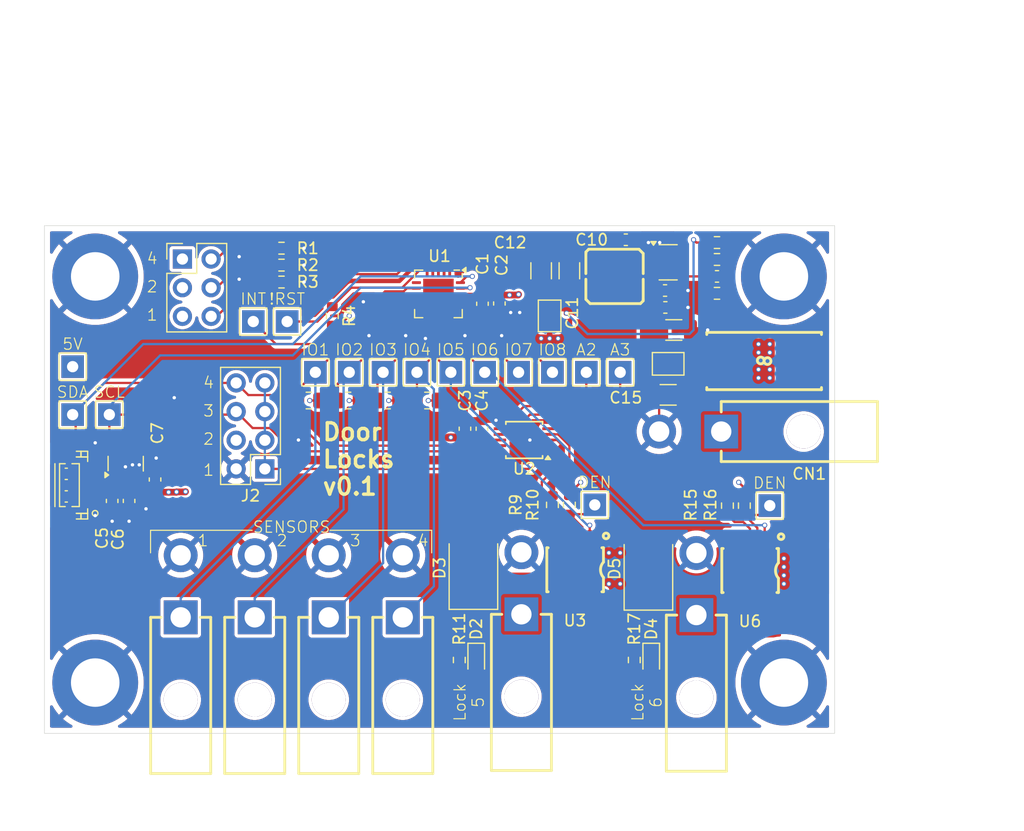
<source format=kicad_pcb>
(kicad_pcb (version 20241229) (generator "pcbnew") (generator_version "9.0")
  (layers (0 "F.Cu" signal) (4 "In1.Cu" power "Ground") (6 "In2.Cu" power "Power") (2 "B.Cu" signal) (13 "F.Paste" user) (15 "B.Paste" user) (5 "F.SilkS" user "F.Silkscreen") (7 "B.SilkS" user "B.Silkscreen") (1 "F.Mask" user) (3 "B.Mask" user) (25 "Edge.Cuts" user))
  (net 0 "")
  (net 1 "GND")
  (net 2 "/sensor/OUT")
  (net 3 "/sensor1/OUT")
  (net 4 "/sensor2/OUT")
  (net 5 "/sensor3/OUT")
  (net 6 "Net-(D2-A)")
  (net 7 "/lock1/Switched12V")
  (net 8 "Net-(D4-A)")
  (net 9 "/lock2/Switched12V")
  (net 10 "Net-(J1-Pin_4)")
  (net 11 "Net-(J1-Pin_6)")
  (net 12 "Net-(J1-Pin_2)")
  (net 13 "/lock1/IS")
  (net 14 "/lock2/IS")
  (net 15 "/lock1/IN")
  (net 16 "/lock2/IN")
  (net 17 "/12VIN")
  (net 18 "Net-(J2-Pin_1)")
  (net 19 "/i2c1/I2C.SCL")
  (net 20 "/i2c1/I2C.SDA")
  (net 21 "/buck5V/VOUT")
  (net 22 "/buck5V/VIN")
  (net 23 "Net-(U4-BOOT)")
  (net 24 "/buck5V/SW")
  (net 25 "/buck5V/FB")
  (net 26 "Net-(C13-Pad2)")
  (net 29 "Net-(U1-~{RESET})")
  (net 30 "Net-(U3-DEN)")
  (net 31 "Net-(U6-DEN)")
  (net 32 "Net-(U1-INT)")
  (net 33 "Net-(U1-GP6)")
  (net 34 "Net-(U1-GP7)")
  (net 35 "Net-(U2-AIN2)")
  (net 36 "Net-(U2-AIN3)")
  (net 50 "/i2c1/VIN")
  (net 51 "/lock1/12V")
  (footprint "easyeda2kicad:CONN-TH_2P-P5.50_39-30-1020" (layer "F.Cu") (at 57.75 47.2)
    (property "Reference" "CN7" (hide yes))
    (property "Value" "39-30-1020")
  )
  (footprint "easyeda2kicad:LabeledTestPoint" (layer "F.Cu") (at 18 28)
    (property "Reference" "TP16" (hide yes))
    (property "Value" "LabeledTestPoint")
  )
  (footprint "MountingHole:MountingHole_4.3mm_M4_ISO7380_Pad" (layer "F.Cu") (at 81 56)
    (property "Reference" "H4" (hide yes))
    (property "Value" "MountingHole_Pad")
  )
  (footprint "Capacitor_SMD:C_1206_3216Metric" (layer "F.Cu") (at 59.5 19.5 90)
    (property "Reference" "C12")
    (property "Value" "22uF")
  )
  (footprint "Capacitor_SMD:C_1206_3216Metric" (layer "F.Cu") (at 70.75 30.5 180)
    (property "Reference" "C15")
    (property "Value" "22uF")
  )
  (footprint "Resistor_SMD:R_0603_1608Metric" (layer "F.Cu") (at 36.5 20.5)
    (property "Reference" "R3")
    (property "Value" "10k")
  )
  (footprint "Resistor_SMD:R_0805_2012Metric" (layer "F.Cu") (at 45.9125 31 180)
    (property "Reference" "R7" (hide yes))
    (property "Value" "3.3k")
  )
  (footprint "MountingHole:MountingHole_4.3mm_M4_ISO7380_Pad" (layer "F.Cu") (at 20 56)
    (property "Reference" "H3" (hide yes))
    (property "Value" "MountingHole_Pad")
  )
  (footprint "Capacitor_SMD:C_0603_1608Metric" (layer "F.Cu") (at 23 39.9 -90)
    (property "Reference" "C6")
    (property "Value" "1uf")
  )
  (footprint "LED_SMD:LED_0603_1608Metric" (layer "F.Cu") (at 53.75 54 -90)
    (property "Reference" "D2")
    (property "Value" "LED")
  )
  (footprint "easyeda2kicad:CONN-TH_2P-P5.50_39-30-1020" (layer "F.Cu") (at 34.128572 47.4675)
    (property "Reference" "CN4" (hide yes))
    (property "Value" "39-30-1020")
  )
  (footprint "Resistor_SMD:R_0805_2012Metric" (layer "F.Cu") (at 42.4125 31 180)
    (property "Reference" "R6" (hide yes))
    (property "Value" "3.3k")
  )
  (footprint "easyeda2kicad:CONN-TH_2P-P5.50_39-30-1020" (layer "F.Cu") (at 47.242858 47.4675)
    (property "Reference" "CN6" (hide yes))
    (property "Value" "39-30-1020")
  )
  (footprint "easyeda2kicad:LabeledTestPoint" (layer "F.Cu") (at 79.75 40.3175)
    (property "Reference" "TP17" (hide yes))
    (property "Value" "LabeledTestPoint")
  )
  (footprint "easyeda2kicad:LabeledTestPoint" (layer "F.Cu") (at 39.5 28.5)
    (property "Reference" "TP5" (hide yes))
    (property "Value" "LabeledTestPoint")
  )
  (footprint "easyeda2kicad:CONN-TH_2P-P5.50_39-30-1020" (layer "F.Cu") (at 40.685715 47.4675)
    (property "Reference" "CN5" (hide yes))
    (property "Value" "39-30-1020")
  )
  (footprint "Resistor_SMD:R_0603_1608Metric" (layer "F.Cu") (at 62 40.25 -90)
    (property "Reference" "R10")
    (property "Value" "4.7k")
  )
  (footprint "easyeda2kicad:CONN-TH_2P-P5.50_39-30-1020" (layer "F.Cu") (at 72.7 33.75 90)
    (property "Reference" "CN1")
    (property "Value" "39-30-1020")
  )
  (footprint "Diode_SMD:D_SMB" (layer "F.Cu") (at 53.5 45.85 90)
    (property "Reference" "D3")
    (property "Value" "D_TVS")
  )
  (footprint "easyeda2kicad:IND-SMD_L4.0-W4.0_XAL4040-103" (layer "F.Cu") (at 66 20 -90)
    (property "Reference" "L1" (hide yes))
    (property "Value" "XGL4040-153MEC")
  )
  (footprint "easyeda2kicad:LabeledTestPoint" (layer "F.Cu") (at 45.5 28.5)
    (property "Reference" "TP7" (hide yes))
    (property "Value" "LabeledTestPoint")
  )
  (footprint "Resistor_SMD:R_0603_1608Metric" (layer "F.Cu") (at 41 23.5 90)
    (property "Reference" "R4")
    (property "Value" "10k")
  )
  (footprint "Resistor_SMD:R_0603_1608Metric" (layer "F.Cu") (at 75.075 21.5)
    (property "Reference" "R14" (hide yes))
    (property "Value" "13.3k")
  )
  (footprint "Resistor_SMD:R_0603_1608Metric" (layer "F.Cu") (at 76 40.3175 90)
    (property "Reference" "R15")
    (property "Value" "1.5k")
  )
  (footprint "Package_SO:TSSOP-10_3x3mm_P0.5mm" (layer "F.Cu") (at 58 34.5 180)
    (property "Reference" "U2")
    (property "Value" "ADS1115IDGS")
  )
  (footprint "Resistor_SMD:R_0603_1608Metric" (layer "F.Cu") (at 36.5 19)
    (property "Reference" "R2")
    (property "Value" "10k")
  )
  (footprint "easyeda2kicad:LabeledTestPoint" (layer "F.Cu") (at 37 24)
    (property "Reference" "TP4" (hide yes))
    (property "Value" "LabeledTestPoint")
  )
  (footprint "Capacitor_SMD:C_0603_1608Metric" (layer "F.Cu") (at 75.075 20)
    (property "Reference" "C13" (hide yes))
    (property "Value" "75pF")
  )
  (footprint "Diode_SMD:D_SMB" (layer "F.Cu") (at 69 45.9175 90)
    (property "Reference" "D5")
    (property "Value" "D_TVS")
  )
  (footprint "Jumper:SolderJumper-2_P1.3mm_Open_Pad1.0x1.5mm" (layer "F.Cu") (at 60.25 23.5 -90)
    (property "Reference" "JP2" (hide yes))
    (property "Value" "SolderJumper_2_Open")
  )
  (footprint "easyeda2kicad:LabeledTestPoint" (layer "F.Cu") (at 66.5 28.5)
    (property "Reference" "TP14" (hide yes))
    (property "Value" "LabeledTestPoint")
  )
  (footprint "Resistor_SMD:R_0603_1608Metric" (layer "F.Cu") (at 67.75 54 -90)
    (property "Reference" "R17")
    (property "Value" "3.3k")
  )
  (footprint "Resistor_SMD:R_0603_1608Metric" (layer "F.Cu") (at 75.075 18.5 180)
    (property "Reference" "R13" (hide yes))
    (property "Value" "100k")
  )
  (footprint "Capacitor_SMD:C_0603_1608Metric" (layer "F.Cu") (at 54.25 33.5 90)
    (property "Reference" "C4")
    (property "Value" "C")
  )
  (footprint "easyeda2kicad:PG-TSDSO-14_L4.9-W3.9-P0.65-LS6.0-BL-EP" (layer "F.Cu") (at 78 46.0675 180)
    (property "Reference" "U6")
    (property "Value" "BTS70021EPPXUMA1")
  )
  (footprint "Resistor_SMD:R_0603_1608Metric" (layer "F.Cu") (at 52.25 54 -90)
    (property "Reference" "R11")
    (property "Value" "3.3k")
  )
  (footprint "MountingHole:MountingHole_4.3mm_M4_ISO7380_Pad" (layer "F.Cu") (at 20 20)
    (property "Reference" "H1" (hide yes))
    (property "Value" "MountingHole_Pad")
  )
  (footprint "easyeda2kicad:LabeledTestPoint" (layer "F.Cu") (at 21.25 32.25)
    (property "Reference" "TP1" (hide yes))
    (property "Value" "LabeledTestPoint")
  )
  (footprint "easyeda2kicad:LabeledTestPoint" (layer "F.Cu") (at 48.5 28.5)
    (property "Reference" "TP8" (hide yes))
    (property "Value" "LabeledTestPoint")
  )
  (footprint "Resistor_SMD:R_0603_1608Metric" (layer "F.Cu") (at 75.075 17)
    (property "Reference" "R12" (hide yes))
    (property "Value" "49.9")
  )
  (footprint "easyeda2kicad:LabeledTestPoint" (layer "F.Cu") (at 51.5 28.5)
    (property "Reference" "TP9" (hide yes))
    (property "Value" "LabeledTestPoint")
  )
  (footprint "Capacitor_SMD:C_0603_1608Metric" (layer "F.Cu") (at 54.3 22.425 -90)
    (property "Reference" "C1")
    (property "Value" "100nf")
  )
  (footprint "easyeda2kicad:LabeledTestPoint" (layer "F.Cu") (at 42.5 28.5)
    (property "Reference" "TP6" (hide yes))
    (property "Value" "LabeledTestPoint")
  )
  (footprint "easyeda2kicad:LabeledTestPoint" (layer "F.Cu") (at 18 32.25)
    (property "Reference" "TP2" (hide yes))
    (property "Value" "LabeledTestPoint")
  )
  (footprint "Capacitor_SMD:C_1206_3216Metric" (layer "F.Cu") (at 62 19.5 90)
    (property "Reference" "C11")
    (property "Value" "22uF")
  )
  (footprint "Capacitor_SMD:C_0603_1608Metric" (layer "F.Cu") (at 67 16.75 180)
    (property "Reference" "C10")
    (property "Value" "100nf")
  )
  (footprint "Resistor_SMD:R_0805_2012Metric" (layer "F.Cu") (at 38.9125 31 180)
    (property "Reference" "R5" (hide yes))
    (property "Value" "3.3k")
  )
  (footprint "Package_TO_SOT_SMD:SOT-23-6" (layer "F.Cu") (at 70.75 18.75)
    (property "Reference" "U4" (hide yes))
    (property "Value" "TPS54202DDC")
  )
  (footprint "Capacitor_SMD:C_0603_1608Metric" (layer "F.Cu") (at 55.8 22.4 -90)
    (property "Reference" "C2")
    (property "Value" "1uf")
  )
  (footprint "easyeda2kicad:CONN-TH_2P-P5.50_39-30-1020" (layer "F.Cu") (at 27.571429 47.4675)
    (property "Reference" "CN3" (hide yes))
    (property "Value" "39-30-1020")
  )
  (footprint "easyeda2kicad:CONN-SMD_BM04B-SRSS-TB" (layer "F.Cu") (at 18.4 38.5 90)
    (property "Reference" "CN2" (hide yes))
    (property "Value" "BM04B-SRSS-TB(LF)(SN)")
  )
  (footprint "Capacitor_SMD:C_0603_1608Metric" (layer "F.Cu") (at 70.5 22.75)
    (property "Reference" "C9" (hide yes))
    (property "Value" "100nF")
  )
  (footprint "easyeda2kicad:CONN-TH_2P-P5.50_39-30-1020" (layer "F.Cu") (at 73.25 47.2675)
    (property "Reference" "CN8" (hide yes))
    (property "Value" "39-30-1020")
  )
  (footprint "Capacitor_SMD:C_0603_1608Metric" (layer "F.Cu") (at 21.5 39.9 -90)
    (property "Reference" "C5")
    (property "Value" "100nf")
  )
  (footprint "easyeda2kicad:LabeledTestPoint" (layer "F.Cu") (at 57.5 28.5)
    (property "Reference" "TP11" (hide yes))
    (property "Value" "LabeledTestPoint")
  )
  (footprint "Capacitor_SMD:C_0603_1608Metric" (layer "F.Cu") (at 25.3 38 90)
    (property "Reference" "C7")
    (property "Value" "10uf")
  )
  (footprint "easyeda2kicad:LabeledTestPoint" (layer "F.Cu") (at 34 24)
    (property "Reference" "TP3" (hide yes))
    (property "Value" "LabeledTestPoint")
  )
  (footprint "Connector_PinHeader_2.54mm:PinHeader_2x03_P2.54mm_Vertical" (layer "F.Cu") (at 27.725 18.46)
    (property "Reference" "J1" (hide yes))
    (property "Value" "Conn_02x03_Odd_Even")
  )
  (footprint "easyeda2kicad:FUSE-SMD_L9.8-W5.0_01550900M" (layer "F.Cu") (at 79.25 27.5 180)
    (property "Reference" "FH1" (hide yes))
    (property "Value" "01550900M")
  )
  (footprint "LED_SMD:LED_0603_1608Metric" (layer "F.Cu") (at 69.25 54 -90)
    (property "Reference" "D4")
    (property "Value" "LED")
  )
  (footprint "Resistor_SMD:R_0603_1608Metric" (layer "F.Cu") (at 36.5 17.5)
    (property "Reference" "R1")
    (property "Value" "10k")
  )
  (footprint "easyeda2kicad:LabeledTestPoint" (layer "F.Cu") (at 60.5 28.5)
    (property "Reference" "TP12" (hide yes))
    (property "Value" "LabeledTestPoint")
  )
  (footprint "Capacitor_SMD:C_0603_1608Metric" (layer "F.Cu") (at 52.75 33.5 90)
    (property "Reference" "C3")
    (property "Value" "C")
  )
  (footprint "easyeda2kicad:LabeledTestPoint" (layer "F.Cu") (at 63.5 28.5)
    (property "Reference" "TP13" (hide yes))
    (property "Value" "LabeledTestPoint")
  )
  (footprint "easyeda2kicad:LabeledTestPoint" (layer "F.Cu") (at 54.5 28.5)
    (property "Reference" "TP10" (hide yes))
    (property "Value" "LabeledTestPoint")
  )
  (footprint "Jumper:SolderJumper-2_P1.3mm_Open_Pad1.0x1.5mm" (layer "F.Cu") (at 70.75 27.75)
    (property "Reference" "JP1" (hide yes))
    (property "Value" "SolderJumper_2_Open")
  )
  (footprint "Capacitor_SMD:C_0603_1608Metric" (layer "F.Cu") (at 70.475 21.25)
    (property "Reference" "C8" (hide yes))
    (property "Value" "10uF")
  )
  (footprint "Package_DFN_QFN:QFN-20-1EP_4x4mm_P0.5mm_EP2.7x2.7mm" (layer "F.Cu") (at 50.4 21.55 -90)
    (property "Reference" "U1")
    (property "Value" "MCP23008-xML")
  )
  (footprint "easyeda2kicad:LabeledTestPoint" (layer "F.Cu") (at 64.25 40.25)
    (property "Reference" "TP15" (hide yes))
    (property "Value" "LabeledTestPoint")
  )
  (footprint "easyeda2kicad:PG-TSDSO-14_L4.9-W3.9-P0.65-LS6.0-BL-EP" (layer "F.Cu") (at 62.5 46 180)
    (property "Reference" "U3")
    (property "Value" "BTS70021EPPXUMA1")
  )
  (footprint "Capacitor_SMD:C_1206_3216Metric" (layer "F.Cu") (at 71.25 24.75)
    (property "Reference" "C14" (hide yes))
    (property "Value" "22uF")
  )
  (footprint "MountingHole:MountingHole_4.3mm_M4_ISO7380_Pad" (layer "F.Cu") (at 81 20)
    (property "Reference" "H2" (hide yes))
    (property "Value" "MountingHole_Pad")
  )
  (footprint "Connector_PinHeader_2.54mm:PinHeader_2x04_P2.54mm_Vertical" (layer "F.Cu") (at 35.025 37.06 180)
    (property "Reference" "J2")
    (property "Value" "Conn_02x04_Odd_Even")
  )
  (footprint "Resistor_SMD:R_0603_1608Metric" (layer "F.Cu") (at 60.5 40.25 90)
    (property "Reference" "R9")
    (property "Value" "1.5k")
  )
  (footprint "Package_TO_SOT_SMD:SOT-143" (layer "F.Cu") (at 22.7 36.6 90)
    (property "Reference" "D1" (hide yes))
    (property "Value" "SP0503BAHT")
  )
  (footprint "Resistor_SMD:R_0603_1608Metric" (layer "F.Cu") (at 77.5 40.3175 -90)
    (property "Reference" "R16")
    (property "Value" "4.7k")
  )
  (footprint "Resistor_SMD:R_0805_2012Metric" (layer "F.Cu") (at 49.4125 31 180)
    (property "Reference" "R8" (hide yes))
    (property "Value" "3.3k")
  )
  (gr_line (start 24.9 42.5) (end 33.9 42.5) (stroke (width 0.1)) (layer "F.SilkS"))
  (gr_line (start 49.8 42.5) (end 49.8 44.5) (stroke (width 0.1)) (layer "F.SilkS"))
  (gr_line (start 24.9 42.5) (end 24.9 44.5) (stroke (width 0.1)) (layer "F.SilkS"))
  (gr_line (start 49.8 42.5) (end 40.8 42.5) (stroke (width 0.1)) (layer "F.SilkS"))
  (gr_rect (start 15.5 15.5) (end 85.5 60.5) (stroke (width 0.05)) (fill no) (layer "Edge.Cuts"))
  (gr_text "3" (at 29.5 32.5 0) (layer "F.SilkS") (effects (font (size 1 1) (thickness 0.1)) (justify left bottom)))
  (gr_text "4" (at 24.5 19 0) (layer "F.SilkS") (effects (font (size 1 1) (thickness 0.1)) (justify left bottom)))
  (gr_text "1" (at 29 44 0) (layer "F.SilkS") (effects (font (size 1 1) (thickness 0.1)) (justify left bottom)))
  (gr_text "1" (at 29.5 37.75 0) (layer "F.SilkS") (effects (font (size 1 1) (thickness 0.1)) (justify left bottom)))
  (gr_text "3" (at 42.5 44 0) (layer "F.SilkS") (effects (font (size 1 1) (thickness 0.1)) (justify left bottom)))
  (gr_text "SENSORS" (at 33.9 42.8 0) (layer "F.SilkS") (effects (font (size 1 1) (thickness 0.1)) (justify left bottom)))
  (gr_text "2" (at 36 44 0) (layer "F.SilkS") (effects (font (size 1 1) (thickness 0.1)) (justify left bottom)))
  (gr_text "2" (at 24.5 21.5 0) (layer "F.SilkS") (effects (font (size 1 1) (thickness 0.1)) (justify left bottom)))
  (gr_text "2" (at 29.5 35 0) (layer "F.SilkS") (effects (font (size 1 1) (thickness 0.1)) (justify left bottom)))
  (gr_text "4" (at 48.5 44 0) (layer "F.SilkS") (effects (font (size 1 1) (thickness 0.1)) (justify left bottom)))
  (gr_text "Lock\n5" (at 54.5 57.75 90) (layer "F.SilkS") (effects (font (size 1 1) (thickness 0.1)) (justify bottom)))
  (gr_text "1" (at 24.5 24 0) (layer "F.SilkS") (effects (font (size 1 1) (thickness 0.1)) (justify left bottom)))
  (gr_text "4" (at 29.5 30 0) (layer "F.SilkS") (effects (font (size 1 1) (thickness 0.1)) (justify left bottom)))
  (gr_text "Lock\n6" (at 70.25 57.75 90) (layer "F.SilkS") (effects (font (size 1 1) (thickness 0.1)) (justify bottom)))
  (gr_text "Door\nLocks\nv0.1" (at 40 39.5 0) (layer "F.SilkS") (effects (font (size 1.5 1.5) (thickness 0.3) (bold yes)) (justify left bottom)))
  (segment (start 54.3 23.2) (end 55.775 23.2) (width 0.6) (layer "F.Cu") (net 1))
  (segment (start 52.662562 22.05) (end 52.35 22.05) (width 0.2) (layer "F.Cu") (net 1))
  (segment (start 60.15 34.5) (end 60.9 34.5) (width 0.2) (layer "F.Cu") (net 1))
  (segment (start 53.787562 23.175) (end 52.662562 22.05) (width 0.2) (layer "F.Cu") (net 1))
  (segment (start 61.25 34.85) (end 61.25 35.5) (width 0.2) (layer "F.Cu") (net 1))
  (segment (start 55.8 23.175) (end 53.787562 23.175) (width 0.2) (layer "F.Cu") (net 1))
  (segment (start 60.15 34.5) (end 59.25 34.5) (width 0.2) (layer "F.Cu") (net 1))
  (segment (start 23.9 36.7) (end 24.1 36.7) (width 0.6) (layer "F.Cu") (net 1))
  (segment (start 37.325 19) (end 38.5 19) (width 0.2) (layer "F.Cu") (net 1))
  (segment (start 22.85 36.7) (end 23.3 36.7) (width 0.6) (layer "F.Cu") (net 1))
  (segment (start 19.66 40) (end 20.335 40.675) (width 0.6) (layer "F.Cu") (net 1))
  (segment (start 37.325 20.5) (end 38.5 20.5) (width 0.2) (layer "F.Cu") (net 1))
  (segment (start 69.95 31.175) (end 69.275 30.5) (width 0.2) (layer "F.Cu") (net 1))
  (segment (start 69.95 33.75) (end 69.95 31.175) (width 0.2) (layer "F.Cu") (net 1))
  (segment (start 21.95 37.6) (end 22.675 36.875) (width 0.6) (layer "F.Cu") (net 1))
  (segment (start 22.675 36.875) (end 22.85 36.7) (width 0.6) (layer "F.Cu") (net 1))
  (segment (start 23.3 36.7) (end 23.9 36.7) (width 0.6) (layer "F.Cu") (net 1))
  (segment (start 37.325 17.5) (end 38.5 17.5) (width 0.2) (layer "F.Cu") (net 1))
  (segment (start 60.9 34.5) (end 61.25 34.85) (width 0.2) (layer "F.Cu") (net 1))
  (via (at 44.25 25.25) (size 0.45) (drill 0.3) (layers "F.Cu" "B.Cu") (net 1))
  (via (at 58.5 34.5) (size 0.45) (drill 0.3) (layers "F.Cu" "B.Cu") (net 1))
  (via (at 43.75 22.25) (size 0.45) (drill 0.3) (layers "F.Cu" "B.Cu") (net 1))
  (via (at 20 34.75) (size 0.45) (drill 0.3) (layers "F.Cu" "B.Cu") (net 1))
  (via (at 20 41.2) (size 0.45) (drill 0.3) (layers "F.Cu" "B.Cu") (net 1))
  (via (at 55.5 32.75) (size 0.45) (drill 0.3) (layers "F.Cu" "B.Cu") (net 1))
  (via (at 32.75 20.25) (size 0.45) (drill 0.3) (layers "F.Cu" "B.Cu") (net 1))
  (via (at 38.5 19) (size 0.45) (drill 0.3) (layers "F.Cu" "B.Cu") (net 1))
  (via (at 70 17) (size 0.45) (drill 0.3) (layers "F.Cu" "B.Cu") (net 1))
  (via (at 38.5 20.5) (size 0.45) (drill 0.3) (layers "F.Cu" "B.Cu") (net 1))
  (via (at 22.675 36.875) (size 0.45) (drill 0.3) (layers "F.Cu" "B.Cu") (net 1))
  (via (at 27 30.75) (size 0.45) (drill 0.3) (layers "F.Cu" "B.Cu") (net 1))
  (via (at 74.25 24.75) (size 0.45) (drill 0.3) (layers "F.Cu" "B.Cu") (net 1))
  (via (at 24.497164 40.6) (size 0.45) (drill 0.3) (layers "F.Cu" "B.Cu") (net 1))
  (via (at 38 34.5) (size 0.45) (drill 0.3) (layers "F.Cu" "B.Cu") (net 1))
  (via (at 49.25 25.5) (size 0.45) (drill 0.3) (layers "F.Cu" "B.Cu") (net 1))
  (via (at 69 17) (size 0.45) (drill 0.3) (layers "F.Cu" "B.Cu") (net 1))
  (via (at 72.5 21.25) (size 0.45) (drill 0.3) (layers "F.Cu" "B.Cu") (net 1))
  (via (at 47.5 25.25) (size 0.45) (drill 0.3) (layers "F.Cu" "B.Cu") (net 1))
  (via (at 52.75 25.25) (size 0.45) (drill 0.3) (layers "F.Cu" "B.Cu") (net 1))
  (via (at 38.5 17.5) (size 0.45) (drill 0.3) (layers "F.Cu" "B.Cu") (net 1))
  (via (at 32.75 18.25) (size 0.45) (drill 0.3) (layers "F.Cu" "B.Cu") (net 1))
  (via (at 56.8 23.2) (size 0.45) (drill 0.3) (layers "F.Cu" "B.Cu") (net 1))
  (via (at 23 41.7) (size 0.45) (drill 0.3) (layers "F.Cu" "B.Cu") (net 1))
  (via (at 23.9 36.7) (size 0.45) (drill 0.3) (layers "F.Cu" "B.Cu") (net 1))
  (via (at 72.5 22.75) (size 0.45) (drill 0.3) (layers "F.Cu" "B.Cu") (net 1))
  (via (at 21.5 41.7) (size 0.45) (drill 0.3) (layers "F.Cu" "B.Cu") (net 1))
  (via (at 25.4 36.1) (size 0.45) (drill 0.3) (layers "F.Cu" "B.Cu") (net 1))
  (via (at 57.6 23.2) (size 0.45) (drill 0.3) (layers "F.Cu" "B.Cu") (net 1))
  (via (at 56 25.25) (size 0.45) (drill 0.3) (layers "F.Cu" "B.Cu") (net 1))
  (via (at 23.3 36.7) (size 0.45) (drill 0.3) (layers "F.Cu" "B.Cu") (net 1))
  (segment (start 48.45 22.05) (end 45.95 22.05) (width 0.2) (layer "F.Cu") (net 2))
  (segment (start 38 30) (end 39.5 28.5) (width 0.2) (layer "F.Cu") (net 2))
  (segment (start 45.95 22.05) (end 39.5 28.5) (width 0.2) (layer "F.Cu") (net 2))
  (segment (start 38 31) (end 38 30) (width 0.2) (layer "F.Cu") (net 2))
  (segment (start 27.571429 50.2175) (end 27.571429 48.5175) (width 0.2) (layer "B.Cu") (net 2))
  (segment (start 27.571429 48.5175) (end 39.5 36.588929) (width 0.2) (layer "B.Cu") (net 2))
  (segment (start 39.5 36.588929) (end 39.5 28.5) (width 0.2) (layer "B.Cu") (net 2))
  (segment (start 41.5 29.5) (end 42.5 28.5) (width 0.2) (layer "F.Cu") (net 3))
  (segment (start 41.5 31) (end 41.5 29.5) (width 0.2) (layer "F.Cu") (net 3))
  (segment (start 48.45 22.55) (end 42.5 28.5) (width 0.2) (layer "F.Cu") (net 3))
  (segment (start 34.128572 50.2175) (end 34.128572 48.5175) (width 0.2) (layer "B.Cu") (net 3))
  (segment (start 41.999 40.647072) (end 41.999 29.001) (width 0.2) (layer "B.Cu") (net 3))
  (segment (start 34.128572 48.5175) (end 41.999 40.647072) (width 0.2) (layer "B.Cu") (net 3))
  (segment (start 41.999 29.001) (end 42.5 28.5) (width 0.2) (layer "B.Cu") (net 3))
  (segment (start 45 31) (end 45 29) (width 0.2) (layer "F.Cu") (net 4))
  (segment (start 45 29) (end 45.5 28.5) (width 0.2) (layer "F.Cu") (net 4))
  (segment (start 45.5 28.5) (end 45.4875 28.5) (width 0.2) (layer "F.Cu") (net 4))
  (segment (start 49.4 23.5) (end 49.4 24.6) (width 0.2) (layer "F.Cu") (net 4))
  (segment (start 49.4 24.6) (end 45.5 28.5) (width 0.2) (layer "F.Cu") (net 4))
  (segment (start 40.685715 50.2175) (end 45.5 45.403215) (width 0.2) (layer "B.Cu") (net 4))
  (segment (start 45.5 45.403215) (end 45.5 28.5) (width 0.2) (layer "B.Cu") (net 4))
  (segment (start 49.9 23.5) (end 49.9 27.1) (width 0.2) (layer "F.Cu") (net 5))
  (segment (start 49.9 27.1) (end 48.5 28.5) (width 0.2) (layer "F.Cu") (net 5))
  (segment (start 48.5 31) (end 48.5 28.5) (width 0.2) (layer "F.Cu") (net 5))
  (segment (start 50 47.460358) (end 47.242858 50.2175) (width 0.2) (layer "B.Cu") (net 5))
  (segment (start 50 30) (end 50 47.460358) (width 0.2) (layer "B.Cu") (net 5))
  (segment (start 48.5 28.5) (end 50 30) (width 0.2) (layer "B.Cu") (net 5))
  (segment (start 52.25 54.825) (end 53.7125 54.825) (width 0.2) (layer "F.Cu") (net 6))
  (segment (start 53.7125 54.825) (end 53.75 54.7875) (width 0.2) (layer "F.Cu") (net 6))
  (segment (start 52.25 53.175) (end 52.25 52) (width 0.2) (layer "F.Cu") (net 7))
  (segment (start 52.25 52) (end 53 51.25) (width 0.2) (layer "F.Cu") (net 7))
  (segment (start 69.2125 54.575) (end 69.25 54.5375) (width 0.2) (layer "F.Cu") (net 8))
  (segment (start 67.75 54.575) (end 69.2125 54.575) (width 0.2) (layer "F.Cu") (net 8))
  (segment (start 67.75 53.175) (end 67.75 52.25) (width 0.2) (layer "F.Cu") (net 9))
  (segment (start 67.75 52.25) (end 68.25 51.75) (width 0.2) (layer "F.Cu") (net 9))
  (segment (start 49.996999 18.297) (end 50.9 19.200001) (width 0.2) (layer "F.Cu") (net 10))
  (segment (start 30.765 21) (end 32.765 19) (width 0.2) (layer "F.Cu") (net 10))
  (segment (start 32.765 19) (end 35.675 19) (width 0.2) (layer "F.Cu") (net 10))
  (segment (start 36.378 18.297) (end 49.996999 18.297) (width 0.2) (layer "F.Cu") (net 10))
  (segment (start 50.9 19.200001) (end 50.9 19.6) (width 0.2) (layer "F.Cu") (net 10))
  (segment (start 35.675 19) (end 36.378 18.297) (width 0.2) (layer "F.Cu") (net 10))
  (segment (start 36.378 19.797) (end 46.739138 19.797) (width 0.2) (layer "F.Cu") (net 11))
  (segment (start 35.675 20.5) (end 36.378 19.797) (width 0.2) (layer "F.Cu") (net 11))
  (segment (start 47.892138 18.644) (end 49.843999 18.644) (width 0.2) (layer "F.Cu") (net 11))
  (segment (start 49.843999 18.644) (end 50.4 19.200001) (width 0.2) (layer "F.Cu") (net 11))
  (segment (start 33.805 20.5) (end 35.675 20.5) (width 0.2) (layer "F.Cu") (net 11))
  (segment (start 50.4 19.200001) (end 50.4 19.6) (width 0.2) (layer "F.Cu") (net 11))
  (segment (start 46.739138 19.797) (end 47.892138 18.644) (width 0.2) (layer "F.Cu") (net 11))
  (segment (start 30.765 23.54) (end 33.805 20.5) (width 0.2) (layer "F.Cu") (net 11))
  (segment (start 31.725 17.5) (end 35.675 17.5) (width 0.2) (layer "F.Cu") (net 12))
  (segment (start 35.675 17.5) (end 36.378 16.797) (width 0.2) (layer "F.Cu") (net 12))
  (segment (start 51.4 19.200001) (end 51.4 19.6) (width 0.2) (layer "F.Cu") (net 12))
  (segment (start 36.378 16.797) (end 48.996999 16.797) (width 0.2) (layer "F.Cu") (net 12))
  (segment (start 48.996999 16.797) (end 51.4 19.200001) (width 0.2) (layer "F.Cu") (net 12))
  (segment (start 30.765 18.46) (end 31.725 17.5) (width 0.2) (layer "F.Cu") (net 12))
  (segment (start 62.5 42.3) (end 61.903 41.703) (width 0.2) (layer "F.Cu") (net 13))
  (segment (start 61.75 37.5) (end 62 37.25) (width 0.2) (layer "F.Cu") (net 13))
  (segment (start 59.556931 40.131931) (end 59.556931 38.193069) (width 0.2) (layer "F.Cu") (net 13))
  (segment (start 62.5 43.2) (end 62.5 42.3) (width 0.2) (layer "F.Cu") (net 13))
  (segment (start 62 37.25) (end 62 35) (width 0.2) (layer "F.Cu") (net 13))
  (segment (start 61.903 41.703) (end 61.128 41.703) (width 0.2) (layer "F.Cu") (net 13))
  (segment (start 61.128 41.703) (end 60.5 41.075) (width 0.2) (layer "F.Cu") (net 13))
  (segment (start 62 35) (end 61 34) (width 0.2) (layer "F.Cu") (net 13))
  (segment (start 61 34) (end 60.15 34) (width 0.2) (layer "F.Cu") (net 13))
  (segment (start 59.556931 38.193069) (end 60.25 37.5) (width 0.2) (layer "F.Cu") (net 13))
  (segment (start 60.25 37.5) (end 61.75 37.5) (width 0.2) (layer "F.Cu") (net 13))
  (segment (start 60.5 41.075) (end 59.556931 40.131931) (width 0.2) (layer "F.Cu") (net 13))
  (segment (start 61.75 33.5) (end 60.15 33.5) (width 0.2) (layer "F.Cu") (net 14))
  (segment (start 76 41.1425) (end 69.3925 41.1425) (width 0.2) (layer "F.Cu") (net 14))
  (segment (start 78 42.3675) (end 77.403 41.7705) (width 0.2) (layer "F.Cu") (net 14))
  (segment (start 69.3925 41.1425) (end 61.75 33.5) (width 0.2) (layer "F.Cu") (net 14))
  (segment (start 76.628 41.7705) (end 76 41.1425) (width 0.2) (layer "F.Cu") (net 14))
  (segment (start 77.403 41.7705) (end 76.628 41.7705) (width 0.2) (layer "F.Cu") (net 14))
  (segment (start 78 43.2675) (end 78 42.3675) (width 0.2) (layer "F.Cu") (net 14))
  (segment (start 50.4 27.4) (end 50.4 23.5) (width 0.2) (layer "F.Cu") (net 15))
  (segment (start 51.5 28.5) (end 50.4 27.4) (width 0.2) (layer "F.Cu") (net 15))
  (segment (start 63.8 43.2) (end 63.8 42.05) (width 0.2) (layer "F.Cu") (net 15))
  (via (at 63.8 42.05) (size 0.45) (drill 0.3) (layers "F.Cu" "B.Cu") (net 15))
  (segment (start 51.5 29.956) (end 51.5 28.5) (width 0.2) (layer "B.Cu") (net 15))
  (segment (start 63.594 42.05) (end 51.5 29.956) (width 0.2) (layer "B.Cu") (net 15))
  (segment (start 63.8 42.05) (end 63.594 42.05) (width 0.2) (layer "B.Cu") (net 15))
  (segment (start 54.5 28.5) (end 50.9 24.9) (width 0.2) (layer "F.Cu") (net 16))
  (segment (start 50.9 24.9) (end 50.9 23.5) (width 0.2) (layer "F.Cu") (net 16))
  (segment (start 79.3 43.2675) (end 79.3 42.05) (width 0.2) (layer "F.Cu") (net 16))
  (via (at 79.3 42.05) (size 0.45) (drill 0.3) (layers "F.Cu" "B.Cu") (net 16))
  (segment (start 79.3 42.05) (end 68.55 42.05) (width 0.2) (layer "B.Cu") (net 16))
  (segment (start 68.55 42.05) (end 55 28.5) (width 0.2) (layer "B.Cu") (net 16))
  (segment (start 55 28.5) (end 54.5 28.5) (width 0.2) (layer "B.Cu") (net 16))
  (segment (start 58.59 37.06) (end 35.025 37.06) (width 0.2) (layer "F.Cu") (net 18))
  (segment (start 60.15 35.5) (end 58.59 37.06) (width 0.2) (layer "F.Cu") (net 18))
  (segment (start 35.025 29.44) (end 35.025 37.06) (width 0.2) (layer "B.Cu") (net 18))
  (segment (start 52.35 21.05) (end 53.15 21.05) (width 0.2) (layer "F.Cu") (net 19))
  (segment (start 53.15 21.05) (end 53.2 21) (width 0.2) (layer "F.Cu") (net 19))
  (segment (start 19.66 37) (end 21.06 35.6) (width 0.2) (layer "F.Cu") (net 19))
  (segment (start 35.471523 33.442) (end 33.947 33.442) (width 0.2) (layer "F.Cu") (net 19))
  (segment (start 21.75 35.25) (end 21.25 34.75) (width 0.2) (layer "F.Cu") (net 19))
  (segment (start 21.25 32.25) (end 32.215 32.25) (width 0.2) (layer "F.Cu") (net 19))
  (segment (start 21.06 35.6) (end 21.75 35.6) (width 0.2) (layer "F.Cu") (net 19))
  (segment (start 55.85 35.5) (end 37.529523 35.5) (width 0.2) (layer "F.Cu") (net 19))
  (segment (start 37.529523 35.5) (end 35.471523 33.442) (width 0.2) (layer "F.Cu") (net 19))
  (segment (start 21.25 34.75) (end 21.25 32.25) (width 0.2) (layer "F.Cu") (net 19))
  (segment (start 33.947 33.442) (end 32.485 31.98) (width 0.2) (layer "F.Cu") (net 19))
  (segment (start 21.75 35.6) (end 21.75 35.25) (width 0.2) (layer "F.Cu") (net 19))
  (segment (start 32.215 32.25) (end 32.485 31.98) (width 0.2) (layer "F.Cu") (net 19))
  (via (at 53.2 21) (size 0.45) (drill 0.3) (layers "F.Cu" "B.Cu") (net 19))
  (segment (start 43.5 21) (end 37.5 27) (width 0.2) (layer "B.Cu") (net 19))
  (segment (start 21.25 31.5) (end 21.25 32.25) (width 0.2) (layer "B.Cu") (net 19))
  (segment (start 37.5 27) (end 25.75 27) (width 0.2) (layer "B.Cu") (net 19))
  (segment (start 53.2 21) (end 43.5 21) (width 0.2) (layer "B.Cu") (net 19))
  (segment (start 25.75 27) (end 21.25 31.5) (width 0.2) (layer "B.Cu") (net 19))
  (segment (start 19.185 38) (end 18.268 37.083) (width 0.2) (layer "F.Cu") (net 20))
  (segment (start 22.638728 35.6) (end 23.65 35.6) (width 0.2) (layer "F.Cu") (net 20))
  (segment (start 20.81 29.44) (end 18 32.25) (width 0.2) (layer "F.Cu") (net 20))
  (segment (start 19.66 38) (end 19.185 38) (width 0.2) (layer "F.Cu") (net 20))
  (segment (start 35.518 30.518) (end 33.563 30.518) (width 0.2) (layer "F.Cu") (net 20))
  (segment (start 32.485 29.44) (end 20.81 29.44) (width 0.2) (layer "F.Cu") (net 20))
  (segment (start 33.563 30.518) (end 32.485 29.44) (width 0.2) (layer "F.Cu") (net 20))
  (segment (start 55.85 35) (end 40 35) (width 0.2) (layer "F.Cu") (net 20))
  (segment (start 52.9 20) (end 52.35 20.55) (width 0.2) (layer "F.Cu") (net 20))
  (segment (start 18.268 32.518) (end 18 32.25) (width 0.2) (layer "F.Cu") (net 20))
  (segment (start 40 35) (end 35.518 30.518) (width 0.2) (layer "F.Cu") (net 20))
  (segment (start 20.238728 38) (end 22.638728 35.6) (width 0.2) (layer "F.Cu") (net 20))
  (segment (start 18.268 37.083) (end 18.268 32.518) (width 0.2) (layer "F.Cu") (net 20))
  (segment (start 53.4 20) (end 52.9 20) (width 0.2) (layer "F.Cu") (net 20))
  (via (at 53.4 20) (size 0.45) (drill 0.3) (layers "F.Cu" "B.Cu") (net 20))
  (segment (start 43.5 20) (end 37.5 26) (width 0.2) (layer "B.Cu") (net 20))
  (segment (start 37.5 26) (end 24.25 26) (width 0.2) (layer "B.Cu") (net 20))
  (segment (start 53.4 20) (end 43.5 20) (width 0.2) (layer "B.Cu") (net 20))
  (segment (start 24.25 26) (end 18 32.25) (width 0.2) (layer "B.Cu") (net 20))
  (segment (start 74.25 17) (end 73.25 17) (width 0.2) (layer "F.Cu") (net 21))
  (segment (start 73.25 17) (end 73 16.75) (width 0.2) (layer "F.Cu") (net 21))
  (via (at 61.75 23.25) (size 0.45) (drill 0.3) (layers "F.Cu" "B.Cu") (net 21))
  (via (at 73 16.75) (size 0.45) (drill 0.3) (layers "F.Cu" "B.Cu") (net 21))
  (segment (start 72.75 25) (end 72.64574 25.10426) (width 0.2) (layer "B.Cu") (net 21))
  (segment (start 73 16.75) (end 73 24.75) (width 0.2) (layer "B.Cu") (net 21))
  (segment (start 73 24.75) (end 72.75 25) (width 0.2) (layer "B.Cu") (net 21))
  (segment (start 72.64574 25.10426) (end 63.60426 25.10426) (width 0.2) (layer "B.Cu") (net 21))
  (segment (start 63.60426 25.10426) (end 61.75 23.25) (width 0.2) (layer "B.Cu") (net 21))
  (segment (start 71.8875 17.8) (end 71.25 17.1625) (width 0.2) (layer "F.Cu") (net 23))
  (segment (start 71.25 17.1625) (end 71.25 16.101) (width 0.2) (layer "F.Cu") (net 23))
  (segment (start 71.25 16.101) (end 68.424 16.101) (width 0.2) (layer "F.Cu") (net 23))
  (segment (start 68.424 16.101) (end 67.775 16.75) (width 0.2) (layer "F.Cu") (net 23))
  (segment (start 66.225 18.595) (end 66.225 16.75) (width 0.2) (layer "F.Cu") (net 24))
  (segment (start 66.07 18.75) (end 66.225 18.595) (width 0.2) (layer "F.Cu") (net 24))
  (segment (start 69.6125 18.75) (end 66.07 18.75) (width 0.8) (layer "F.Cu") (net 24))
  (segment (start 66.07 18.75) (end 66 18.82) (width 0.2) (layer "F.Cu") (net 24))
  (segment (start 72.187499 19.999999) (end 71.8875 19.7) (width 0.2) (layer "F.Cu") (net 25))
  (segment (start 74.3 20) (end 72.187499 19.999999) (width 0.2) (layer "F.Cu") (net 25))
  (segment (start 74.25 18.5) (end 74.25 21.5) (width 0.2) (layer "F.Cu") (net 25))
  (segment (start 75.9 19.95) (end 75.85 20) (width 0.2) (layer "F.Cu") (net 26))
  (segment (start 75.9 17) (end 75.9 19.95) (width 0.2) (layer "F.Cu") (net 26))
  (segment (start 49.671999 18.972) (end 49.9 19.200001) (width 0.2) (layer "F.Cu") (net 29))
  (segment (start 39.675 24) (end 41 22.675) (width 0.2) (layer "F.Cu") (net 29))
  (segment (start 49.215438 18.972) (end 49.671999 18.972) (width 0.2) (layer "F.Cu") (net 29))
  (segment (start 37 24) (end 39.675 24) (width 0.2) (layer "F.Cu") (net 29))
  (segment (start 47.187438 21) (end 49.215438 18.972) (width 0.2) (layer "F.Cu") (net 29))
  (segment (start 41 22.675) (end 42.675 21) (width 0.2) (layer "F.Cu") (net 29))
  (segment (start 42.675 21) (end 47.187438 21) (width 0.2) (layer "F.Cu") (net 29))
  (segment (start 49.9 19.200001) (end 49.9 19.6) (width 0.2) (layer "F.Cu") (net 29))
  (segment (start 63.15 42.225) (end 62 41.075) (width 0.2) (layer "F.Cu") (net 30))
  (segment (start 62 41.075) (end 63.425 41.075) (width 0.2) (layer "F.Cu") (net 30))
  (segment (start 63.15 43.2) (end 63.15 42.225) (width 0.2) (layer "F.Cu") (net 30))
  (segment (start 63.425 41.075) (end 64.25 40.25) (width 0.2) (layer "F.Cu") (net 30))
  (segment (start 77.5 41.1425) (end 78.925 41.1425) (width 0.2) (layer "F.Cu") (net 31))
  (segment (start 78.65 42.2925) (end 77.5 41.1425) (width 0.2) (layer "F.Cu") (net 31))
  (segment (start 78.65 43.2675) (end 78.65 42.2925) (width 0.2) (layer "F.Cu") (net 31))
  (segment (start 78.925 41.1425) (end 79.75 40.3175) (width 0.2) (layer "F.Cu") (net 31))
  (segment (start 41 26) (end 45.672 21.328) (width 0.2) (layer "F.Cu") (net 32))
  (segment (start 47.6013 21.05) (end 48.45 21.05) (width 0.2) (layer "F.Cu") (net 32))
  (segment (start 45.672 21.328) (end 47.3233 21.328) (width 0.2) (layer "F.Cu") (net 32))
  (segment (start 36 26) (end 41 26) (width 0.2) (layer "F.Cu") (net 32))
  (segment (start 47.3233 21.328) (end 47.6013 21.05) (width 0.2) (layer "F.Cu") (net 32))
  (segment (start 34 24) (end 36 26) (width 0.2) (layer "F.Cu") (net 32))
  (segment (start 52.5 23.5) (end 51.4 23.5) (width 0.2) (layer "F.Cu") (net 33))
  (segment (start 57.5 28.5) (end 52.5 23.5) (width 0.2) (layer "F.Cu") (net 33))
  (segment (start 54.3 24.5) (end 52.35 22.55) (width 0.2) (layer "F.Cu") (net 34))
  (segment (start 60.5 28.5) (end 56.5 24.5) (width 0.2) (layer "F.Cu") (net 34))
  (segment (start 56.5 24.5) (end 54.3 24.5) (width 0.2) (layer "F.Cu") (net 34))
  (segment (start 63.5 30.5) (end 63.5 28.5) (width 0.2) (layer "F.Cu") (net 35))
  (segment (start 55.85 33.5) (end 56 33.5) (width 0.2) (layer "F.Cu") (net 35))
  (segment (start 56 33.5) (end 58 31.5) (width 0.2) (layer "F.Cu") (net 35))
  (segment (start 58 31.5) (end 62.5 31.5) (width 0.2) (layer "F.Cu") (net 35))
  (segment (start 62.5 31.5) (end 63.5 30.5) (width 0.2) (layer "F.Cu") (net 35))
  (segment (start 66.5 30) (end 66.5 28.5) (width 0.2) (layer "F.Cu") (net 36))
  (segment (start 55.85 34) (end 56.75 34) (width 0.2) (layer "F.Cu") (net 36))
  (segment (start 58.5 32.25) (end 64.25 32.25) (width 0.2) (layer "F.Cu") (net 36))
  (segment (start 64.25 32.25) (end 66.5 30) (width 0.2) (layer "F.Cu") (net 36))
  (segment (start 56.75 34) (end 58.5 32.25) (width 0.2) (layer "F.Cu") (net 36))
  (segment (start 27.978222 39.1) (end 28 39.078222) (width 0.6) (layer "F.Cu") (net 50))
  (segment (start 62 39.25) (end 63 38.25) (width 0.2) (layer "F.Cu") (net 50))
  (segment (start 62 39.425) (end 62 39.25) (width 0.2) (layer "F.Cu") (net 50))
  (segment (start 23.65 37.6) (end 23.65 38.475) (width 0.2) (layer "F.Cu") (net 50))
  (segment (start 54.3 21.65) (end 54.8 21.65) (width 0.6) (layer "F.Cu") (net 50))
  (segment (start 26.5 39.125) (end 27.175 39.125) (width 0.6) (layer "F.Cu") (net 50))
  (segment (start 49.5 31) (end 50.325 31) (width 0.2) (layer "F.Cu") (net 50))
  (segment (start 41.675 24.325) (end 42.5 23.5) (width 0.2) (layer "F.Cu") (net 50))
  (segment (start 77.5 39.4925) (end 77.5 38.75) (width 0.2) (layer "F.Cu") (net 50))
  (segment (start 55.85 34.5) (end 54.475 34.5) (width 0.2) (layer "F.Cu") (net 50))
  (segment (start 52.75 34.275) (end 53.5 34.275) (width 0.7) (layer "F.Cu") (net 50))
  (segment (start 27.175 39.125) (end 27.2 39.1) (width 0.6) (layer "F.Cu") (net 50))
  (segment (start 27.2 39.1) (end 27.978222 39.1) (width 0.6) (layer "F.Cu") (net 50))
  (segment (start 57.45 21.65) (end 57.5 21.6) (width 0.6) (layer "F.Cu") (net 50))
  (segment (start 54.3 21.65) (end 56.7 21.65) (width 0.6) (layer "F.Cu") (net 50))
  (segment (start 19.66 39) (end 24.375 39) (width 0.6) (layer "F.Cu") (net 50))
  (segment (start 54.825 21.625) (end 54.8 21.65) (width 0.2) (layer "F.Cu") (net 50))
  (segment (start 53.5 34.275) (end 51.5 34.275) (width 0.7) (layer "F.Cu") (net 50))
  (segment (start 51.5 34.275) (end 51.275 34.275) (width 0.7) (layer "F.Cu") (net 50))
  (segment (start 56.7 21.65) (end 57.45 21.65) (width 0.6) (layer "F.Cu") (net 50))
  (segment (start 54.475 34.5) (end 54.25 34.275) (width 0.2) (layer "F.Cu") (net 50))
  (segment (start 52.975 34.5) (end 52.75 34.275) (width 0.2) (layer "F.Cu") (net 50))
  (segment (start 23.65 38.475) (end 23 39.125) (width 0.2) (layer "F.Cu") (net 50))
  (segment (start 52.35 21.55) (end 55.725 21.55) (width 0.2) (layer "F.Cu") (net 50))
  (segment (start 42.5 31) (end 43.325 31) (width 0.2) (layer "F.Cu") (net 50))
  (segment (start 77.5 38.75) (end 77 38.25) (width 0.2) (layer "F.Cu") (net 50))
  (segment (start 24.5 39.125) (end 26.5 39.125) (width 0.6) (layer "F.Cu") (net 50))
  (segment (start 41 24.325) (end 41.675 24.325) (width 0.2) (layer "F.Cu") (net 50))
  (segment (start 46 31) (end 46.825 31) (width 0.2) (layer "F.Cu") (net 50))
  (segment (start 53.5 34.275) (end 54.25 34.275) (width 0.7) (layer "F.Cu") (net 50))
  (segment (start 39 31) (end 39.825 31) (width 0.2) (layer "F.Cu") (net 50))
  (segment (start 55.8 21.625) (end 54.825 21.625) (width 0.2) (layer "F.Cu") (net 50))
  (via (at 46 31) (size 0.45) (drill 0.3) (layers "F.Cu" "B.Cu") (net 50))
  (via (at 56.7 21.65) (size 0.45) (drill 0.3) (layers "F.Cu" "B.Cu") (net 50))
  (via (at 59.5 25.5) (size 0.45) (drill 0.3) (layers "F.Cu" "B.Cu") (net 50))
  (via (at 63 38.25) (size 0.45) (drill 0.3) (layers "F.Cu" "B.Cu") (net 50))
  (via (at 77 38.25) (size 0.45) (drill 0.3) (layers "F.Cu" "B.Cu") (net 50))
  (via (at 28 39.078222) (size 0.45) (drill 0.3) (layers "F.Cu" "B.Cu") (net 50))
  (via (at 60.25 25.5) (size 0.45) (drill 0.3) (layers "F.Cu" "B.Cu") (net 50))
  (via (at 27.2 39.1) (size 0.45) (drill 0.3) (layers "F.Cu" "B.Cu") (net 50))
  (via (at 51.5 34.275) (size 0.45) (drill 0.3) (layers "F.Cu" "B.Cu") (net 50))
  (via (at 49.5 31) (size 0.45) (drill 0.3) (layers "F.Cu" "B.Cu") (net 50))
  (via (at 26.5 39.125) (size 0.45) (drill 0.3) (layers "F.Cu" "B.Cu") (net 50))
  (via (at 42.5 23.5) (size 0.45) (drill 0.3) (layers "F.Cu" "B.Cu") (net 50))
  (via (at 42.5 31) (size 0.45) (drill 0.3) (layers "F.Cu" "B.Cu") (net 50))
  (via (at 57.5 21.6) (size 0.45) (drill 0.3) (layers "F.Cu" "B.Cu") (net 50))
  (via (at 61 25.5) (size 0.45) (drill 0.3) (layers "F.Cu" "B.Cu") (net 50))
  (via (at 39 31) (size 0.45) (drill 0.3) (layers "F.Cu" "B.Cu") (net 50))
  (segment (start 75.6 27.75) (end 75.85 27.5) (width 0.2) (layer "F.Cu") (net 51))
  (via (at 65.5 47.25) (size 0.45) (drill 0.3) (layers "F.Cu" "B.Cu") (net 51))
  (via (at 79.75 26) (size 0.45) (drill 0.3) (layers "F.Cu" "B.Cu") (net 51))
  (via (at 79.75 29) (size 0.45) (drill 0.3) (layers "F.Cu" "B.Cu") (net 51))
  (via (at 66.5 47.25) (size 0.45) (drill 0.3) (layers "F.Cu" "B.Cu") (net 51))
  (via (at 79.75 28.25) (size 0.45) (drill 0.3) (layers "F.Cu" "B.Cu") (net 51))
  (via (at 78.75 26.75) (size 0.45) (drill 0.3) (layers "F.Cu" "B.Cu") (net 51))
  (via (at 81 47.25) (size 0.45) (drill 0.3) (layers "F.Cu" "B.Cu") (net 51))
  (via (at 78.75 26) (size 0.45) (drill 0.3) (layers "F.Cu" "B.Cu") (net 51))
  (via (at 78.75 28.25) (size 0.45) (drill 0.3) (layers "F.Cu" "B.Cu") (net 51))
  (via (at 66.5 44.5) (size 0.45) (drill 0.3) (layers "F.Cu" "B.Cu") (net 51))
  (via (at 81 45) (size 0.45) (drill 0.3) (layers "F.Cu" "B.Cu") (net 51))
  (via (at 65.5 44.5) (size 0.45) (drill 0.3) (layers "F.Cu" "B.Cu") (net 51))
  (via (at 78.75 29) (size 0.45) (drill 0.3) (layers "F.Cu" "B.Cu") (net 51))
  (via (at 79.75 26.75) (size 0.45) (drill 0.3) (layers "F.Cu" "B.Cu") (net 51))
  (via (at 81 45.75) (size 0.45) (drill 0.3) (layers "F.Cu" "B.Cu") (net 51))
  (via (at 81 46.5) (size 0.45) (drill 0.3) (layers "F.Cu" "B.Cu") (net 51))
  (zone (net 7) (net_name "/lock1/Switched12V") (layer "F.Cu") (priority 3) (connect_pads yes (clearance 0.3)) (min_thickness 0.25) (fill yes (thermal_gap 0.5) (thermal_bridge_width 0.5))
    (polygon (pts (xy 52 46.25) (xy 52 51.75) (xy 65.25 51.75) (xy 65.25 47.75) (xy 59.75 47.75) (xy 59.75 46.25)))
  )
  (zone (net 51) (net_name "/lock1/12V") (layer "F.Cu") (priority 2) (connect_pads yes (clearance 0.3)) (min_thickness 0.25) (fill yes (thermal_gap 0.5) (thermal_bridge_width 0.5))
    (polygon (pts (xy 60 44) (xy 85 44) (xy 85 48.25) (xy 60 48.25)))
  )
  (zone (net 9) (net_name "/lock2/Switched12V") (layer "F.Cu") (priority 3) (connect_pads yes (clearance 0.3)) (min_thickness 0.25) (fill yes (thermal_gap 0.5) (thermal_bridge_width 0.5))
    (polygon (pts (xy 67.5 47.75) (xy 67.5 52) (xy 80.75 52) (xy 80.75 48) (xy 75.25 48) (xy 75.25 47.75)))
  )
  (zone (net 50) (net_name "/i2c1/VIN") (layer "F.Cu") (priority 9) (connect_pads yes (clearance 0.3)) (min_thickness 0.25) (fill yes (thermal_gap 0.5) (thermal_bridge_width 0.5))
    (polygon (pts (xy 58.25 23.5) (xy 58.25 26) (xy 62.25 26) (xy 62.25 23.5)))
  )
  (zone (net 21) (net_name "/buck5V/VOUT") (layer "F.Cu") (priority 8) (connect_pads yes (clearance 0.3)) (min_thickness 0.25) (fill yes (thermal_gap 0.5) (thermal_bridge_width 0.5))
    (polygon (pts (xy 68.5 20) (xy 58.5 20) (xy 58.5 23.5) (xy 68.5 23.5)))
  )
  (zone (net 22) (net_name "/buck5V/VIN") (layer "F.Cu") (priority 7) (connect_pads yes (clearance 0.3)) (min_thickness 0.25) (fill yes (thermal_gap 0.5) (thermal_bridge_width 0.5))
    (polygon (pts (xy 70.75 29.25) (xy 68.25 29.25) (xy 68.25 19.25) (xy 70.75 19.25)))
  )
  (zone (net 51) (net_name "/lock1/12V") (layer "F.Cu") (priority 5) (connect_pads yes (clearance 0.3)) (min_thickness 0.25) (fill yes (thermal_gap 0.5) (thermal_bridge_width 0.5))
    (polygon (pts (xy 70.75 25.5) (xy 70.75 31.75) (xy 80.25 31.75) (xy 80.25 25.5)))
  )
  (zone (net 17) (net_name "/12VIN") (layer "F.Cu") (priority 6) (connect_pads yes (clearance 0.3)) (min_thickness 0.25) (fill yes (thermal_gap 0.5) (thermal_bridge_width 0.5))
    (polygon (pts (xy 80.5 25.5) (xy 80.5 30.5) (xy 73.5 30.5) (xy 73.5 35.75) (xy 85.5 35.75) (xy 85.5 25.5)))
  )
  (zone (net 1) (net_name "GND") (layers "F.Cu" "B.Cu" "In1.Cu") (connect_pads (clearance 0.3)) (min_thickness 0.25) (fill yes (thermal_gap 0.5) (thermal_bridge_width 0.5))
    (polygon (pts (xy 15.5 15.5) (xy 85.5 15.5) (xy 85.5 60.5) (xy 15.5 60.5)))
  )
)
</source>
